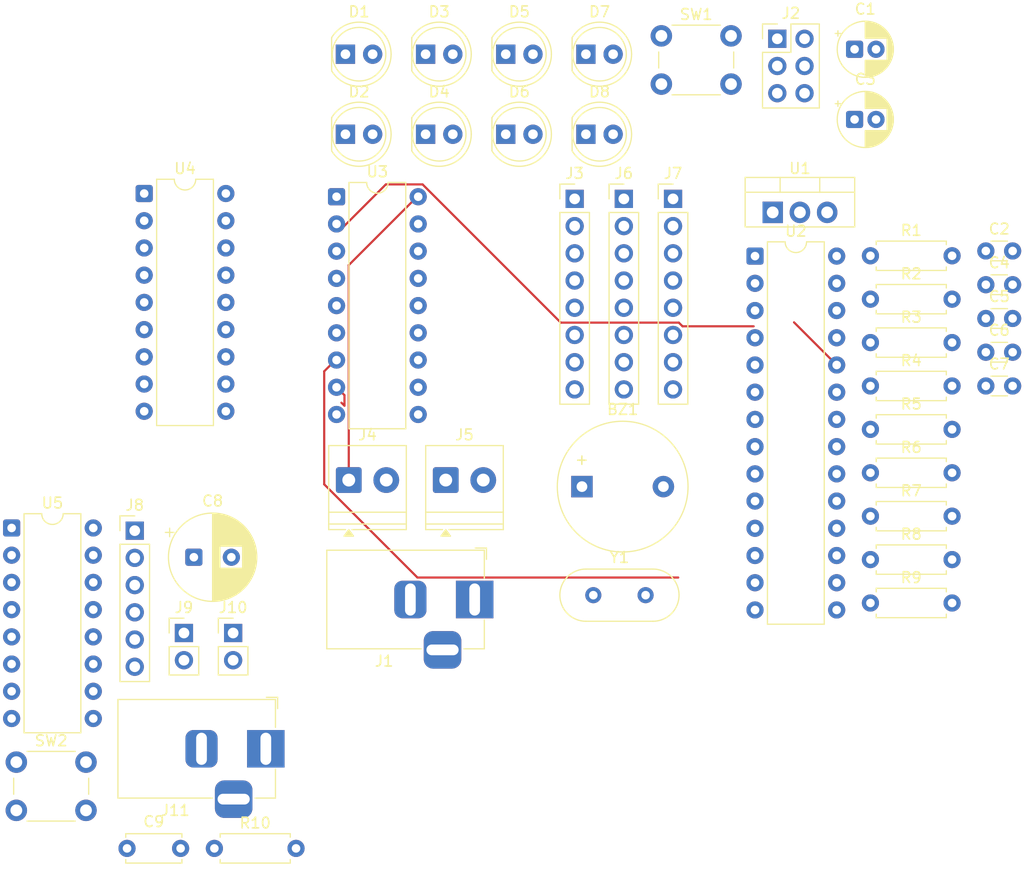
<source format=kicad_pcb>
(kicad_pcb (version 20241229) (generator "pcbnew") (generator_version "9.0")
  (layers (0 "F.Cu" signal) (2 "B.Cu" signal) (13 "F.Paste" user) (15 "B.Paste" user) (5 "F.SilkS" user "F.Silkscreen") (7 "B.SilkS" user "B.Silkscreen") (1 "F.Mask" user) (3 "B.Mask" user) (25 "Edge.Cuts" user))
  (net 0 "")
  (net 1 "V_Motor")
  (net 2 "Net-(BZ1--)")
  (net 3 "GND")
  (net 4 "+5V")
  (net 5 "Net-(U2-XTAL1{slash}PB6)")
  (net 6 "Net-(U2-XTAL2{slash}PB7)")
  (net 7 "Net-(U2-AREF)")
  (net 8 "Net-(D1-A)")
  (net 9 "Net-(D2-A)")
  (net 10 "Net-(D3-A)")
  (net 11 "Net-(D4-A)")
  (net 12 "Net-(D5-A)")
  (net 13 "Net-(D6-A)")
  (net 14 "Net-(D7-A)")
  (net 15 "Net-(D8-A)")
  (net 16 "Net-(J2-Pin_4)")
  (net 17 "Net-(J2-Pin_1)")
  (net 18 "Net-(J2-Pin_3)")
  (net 19 "Net-(J2-Pin_5)")
  (net 20 "PD0")
  (net 21 "PD3")
  (net 22 "PD2")
  (net 23 "PD5")
  (net 24 "PD1")
  (net 25 "PD7")
  (net 26 "PD4")
  (net 27 "PD6")
  (net 28 "Net-(J4-Pin_1)")
  (net 29 "Net-(J5-Pin_1)")
  (net 30 "Net-(J6-Pin_8)")
  (net 31 "Net-(J6-Pin_2)")
  (net 32 "Net-(J6-Pin_3)")
  (net 33 "Net-(J6-Pin_4)")
  (net 34 "Net-(J6-Pin_5)")
  (net 35 "Net-(J6-Pin_7)")
  (net 36 "Net-(J6-Pin_6)")
  (net 37 "Net-(J6-Pin_1)")
  (net 38 "Net-(J7-Pin_4)")
  (net 39 "Net-(J7-Pin_6)")
  (net 40 "Net-(J7-Pin_3)")
  (net 41 "Net-(J7-Pin_1)")
  (net 42 "Net-(J7-Pin_2)")
  (net 43 "Net-(J7-Pin_7)")
  (net 44 "Net-(J7-Pin_8)")
  (net 45 "Net-(J7-Pin_5)")
  (net 46 "PC5")
  (net 48 "PC4")
  (net 49 "PB0")
  (net 50 "PB1")
  (net 51 "PC1")
  (net 52 "PC0")
  (net 53 "PC3")
  (net 54 "PC2")
  (net 60 "12v")
  (net 61 "reset")
  (net 62 "Net-(J8-Pin_4)")
  (net 63 "Net-(J8-Pin_2)")
  (net 64 "Net-(J8-Pin_3)")
  (net 65 "Net-(J8-Pin_5)")
  (net 66 "Net-(J8-Pin_1)")
  (net 67 "Net-(J8-Pin_6)")
  (net 68 "Net-(J9-Pin_1)")
  (net 69 "Net-(J9-Pin_2)")
  (net 70 "Net-(J10-Pin_1)")
  (net 71 "Net-(J10-Pin_2)")
  (net 72 "5v")
  (footprint "Connector_PinHeader_2.54mm:PinHeader_2x03_P2.54mm_Vertical" (layer "F.Cu") (at 135.96 59.48)
    (property "Reference" "J2" (at 1.27 -2.38 0) (layer "F.SilkS"))
    (property "Value" "Conn_02x03_Odd_Even")
    (pad "1" thru_hole rect (at 0 0) (size 1.7 1.7) (drill 1) (layers "*.Cu" "*.Mask") (net 17 "Net-(J2-Pin_1)"))
    (pad "2" thru_hole circle (at 2.54 0) (size 1.7 1.7) (drill 1) (layers "*.Cu" "*.Mask") (net 4 "+5V"))
    (pad "3" thru_hole circle (at 0 2.54) (size 1.7 1.7) (drill 1) (layers "*.Cu" "*.Mask") (net 18 "Net-(J2-Pin_3)"))
    (pad "4" thru_hole circle (at 2.54 2.54) (size 1.7 1.7) (drill 1) (layers "*.Cu" "*.Mask") (net 16 "Net-(J2-Pin_4)"))
    (pad "5" thru_hole circle (at 0 5.08) (size 1.7 1.7) (drill 1) (layers "*.Cu" "*.Mask") (net 19 "Net-(J2-Pin_5)"))
    (pad "6" thru_hole circle (at 2.54 5.08) (size 1.7 1.7) (drill 1) (layers "*.Cu" "*.Mask") (net 3 "GND"))
  )
  (footprint "LED_THT:LED_D5.0mm" (layer "F.Cu") (at 110.62 68.39)
    (property "Reference" "D6" (at 1.27 -3.96 0) (layer "F.SilkS"))
    (property "Value" "LED")
    (pad "1" thru_hole rect (at 0 0) (size 1.8 1.8) (drill 0.9) (layers "*.Cu" "*.Mask") (net 3 "GND"))
    (pad "2" thru_hole circle (at 2.54 0) (size 1.8 1.8) (drill 0.9) (layers "*.Cu" "*.Mask") (net 13 "Net-(D6-A)"))
  )
  (footprint "Resistor_THT:R_Axial_DIN0207_L6.3mm_D2.5mm_P7.62mm_Horizontal" (layer "F.Cu") (at 83.43 135.03)
    (property "Reference" "R10" (at 3.81 -2.37 0) (layer "F.SilkS"))
    (property "Value" "R")
    (pad "1" thru_hole circle (at 0 0) (size 1.6 1.6) (drill 0.8) (layers "*.Cu" "*.Mask") (net 72 "5v"))
    (pad "2" thru_hole circle (at 7.62 0) (size 1.6 1.6) (drill 0.8) (layers "*.Cu" "*.Mask") (net 61 "reset"))
  )
  (footprint "Capacitor_THT:C_Disc_D3.0mm_W1.6mm_P2.50mm" (layer "F.Cu") (at 155.42 82.43)
    (property "Reference" "C4" (at 1.25 -2.05 0) (layer "F.SilkS"))
    (property "Value" "22p")
    (pad "1" thru_hole circle (at 0 0) (size 1.6 1.6) (drill 0.8) (layers "*.Cu" "*.Mask") (net 5 "Net-(U2-XTAL1{slash}PB6)"))
    (pad "2" thru_hole circle (at 2.5 0) (size 1.6 1.6) (drill 0.8) (layers "*.Cu" "*.Mask") (net 3 "GND"))
  )
  (footprint "LED_THT:LED_D5.0mm" (layer "F.Cu") (at 110.62 60.92)
    (property "Reference" "D5" (at 1.27 -3.96 0) (layer "F.SilkS"))
    (property "Value" "LED")
    (pad "1" thru_hole rect (at 0 0) (size 1.8 1.8) (drill 0.9) (layers "*.Cu" "*.Mask") (net 3 "GND"))
    (pad "2" thru_hole circle (at 2.54 0) (size 1.8 1.8) (drill 0.9) (layers "*.Cu" "*.Mask") (net 12 "Net-(D5-A)"))
  )
  (footprint "LED_THT:LED_D5.0mm" (layer "F.Cu") (at 118.1 68.39)
    (property "Reference" "D8" (at 1.27 -3.96 0) (layer "F.SilkS"))
    (property "Value" "LED")
    (pad "1" thru_hole rect (at 0 0) (size 1.8 1.8) (drill 0.9) (layers "*.Cu" "*.Mask") (net 3 "GND"))
    (pad "2" thru_hole circle (at 2.54 0) (size 1.8 1.8) (drill 0.9) (layers "*.Cu" "*.Mask") (net 15 "Net-(D8-A)"))
  )
  (footprint "Connector_PinHeader_2.54mm:PinHeader_1x08_P2.54mm_Vertical" (layer "F.Cu") (at 117.05 74.42)
    (property "Reference" "J3" (at 0 -2.38 0) (layer "F.SilkS"))
    (property "Value" "Conn_01x08_Pin")
    (pad "1" thru_hole rect (at 0 0) (size 1.7 1.7) (drill 1) (layers "*.Cu" "*.Mask") (net 25 "PD7"))
    (pad "2" thru_hole circle (at 0 2.54) (size 1.7 1.7) (drill 1) (layers "*.Cu" "*.Mask") (net 27 "PD6"))
    (pad "3" thru_hole circle (at 0 5.08) (size 1.7 1.7) (drill 1) (layers "*.Cu" "*.Mask") (net 23 "PD5"))
    (pad "4" thru_hole circle (at 0 7.62) (size 1.7 1.7) (drill 1) (layers "*.Cu" "*.Mask") (net 26 "PD4"))
    (pad "5" thru_hole circle (at 0 10.16) (size 1.7 1.7) (drill 1) (layers "*.Cu" "*.Mask") (net 21 "PD3"))
    (pad "6" thru_hole circle (at 0 12.7) (size 1.7 1.7) (drill 1) (layers "*.Cu" "*.Mask") (net 22 "PD2"))
    (pad "7" thru_hole circle (at 0 15.24) (size 1.7 1.7) (drill 1) (layers "*.Cu" "*.Mask") (net 24 "PD1"))
    (pad "8" thru_hole circle (at 0 17.78) (size 1.7 1.7) (drill 1) (layers "*.Cu" "*.Mask") (net 20 "PD0"))
  )
  (footprint "Resistor_THT:R_Axial_DIN0207_L6.3mm_D2.5mm_P7.62mm_Horizontal" (layer "F.Cu") (at 144.65 108.08)
    (property "Reference" "R8" (at 3.81 -2.37 0) (layer "F.SilkS"))
    (property "Value" "330")
    (pad "1" thru_hole circle (at 0 0) (size 1.6 1.6) (drill 0.8) (layers "*.Cu" "*.Mask") (net 24 "PD1"))
    (pad "2" thru_hole circle (at 7.62 0) (size 1.6 1.6) (drill 0.8) (layers "*.Cu" "*.Mask") (net 10 "Net-(D3-A)"))
  )
  (footprint "LED_THT:LED_D5.0mm" (layer "F.Cu") (at 118.1 60.92)
    (property "Reference" "D7" (at 1.27 -3.96 0) (layer "F.SilkS"))
    (property "Value" "LED")
    (pad "1" thru_hole rect (at 0 0) (size 1.8 1.8) (drill 0.9) (layers "*.Cu" "*.Mask") (net 3 "GND"))
    (pad "2" thru_hole circle (at 2.54 0) (size 1.8 1.8) (drill 0.9) (layers "*.Cu" "*.Mask") (net 14 "Net-(D7-A)"))
  )
  (footprint "Capacitor_THT:CP_Radial_D8.0mm_P3.50mm" (layer "F.Cu") (at 81.514698 107.86)
    (property "Reference" "C8" (at 1.75 -5.25 0) (layer "F.SilkS"))
    (property "Value" "100uf")
    (pad "1" thru_hole roundrect (at 0 0) (size 1.6 1.6) (drill 0.8) (layers "*.Cu" "*.Mask") (roundrect_rratio 0.15625) (net 60 "12v"))
    (pad "2" thru_hole circle (at 3.5 0) (size 1.6 1.6) (drill 0.8) (layers "*.Cu" "*.Mask") (net 3 "GND"))
  )
  (footprint "Crystal:Crystal_HC49-U_Vertical" (layer "F.Cu") (at 118.79 111.4)
    (property "Reference" "Y1" (at 2.44 -3.52 0) (layer "F.SilkS"))
    (property "Value" "16MHz")
    (pad "1" thru_hole circle (at 0 0) (size 1.5 1.5) (drill 0.8) (layers "*.Cu" "*.Mask") (net 6 "Net-(U2-XTAL2{slash}PB7)"))
    (pad "2" thru_hole circle (at 4.88 0) (size 1.5 1.5) (drill 0.8) (layers "*.Cu" "*.Mask") (net 5 "Net-(U2-XTAL1{slash}PB6)"))
  )
  (footprint "Resistor_THT:R_Axial_DIN0207_L6.3mm_D2.5mm_P7.62mm_Horizontal" (layer "F.Cu") (at 144.65 79.73)
    (property "Reference" "R1" (at 3.81 -2.37 0) (layer "F.SilkS"))
    (property "Value" "10k")
    (pad "1" thru_hole circle (at 0 0) (size 1.6 1.6) (drill 0.8) (layers "*.Cu" "*.Mask") (net 19 "Net-(J2-Pin_5)"))
    (pad "2" thru_hole circle (at 7.62 0) (size 1.6 1.6) (drill 0.8) (layers "*.Cu" "*.Mask") (net 4 "+5V"))
  )
  (footprint "LED_THT:LED_D5.0mm" (layer "F.Cu") (at 103.14 68.39)
    (property "Reference" "D4" (at 1.27 -3.96 0) (layer "F.SilkS"))
    (property "Value" "LED")
    (pad "1" thru_hole rect (at 0 0) (size 1.8 1.8) (drill 0.9) (layers "*.Cu" "*.Mask") (net 3 "GND"))
    (pad "2" thru_hole circle (at 2.54 0) (size 1.8 1.8) (drill 0.9) (layers "*.Cu" "*.Mask") (net 11 "Net-(D4-A)"))
  )
  (footprint "Connector_PinHeader_2.54mm:PinHeader_1x06_P2.54mm_Vertical" (layer "F.Cu") (at 76 105.38)
    (property "Reference" "J8" (at 0 -2.38 0) (layer "F.SilkS"))
    (property "Value" "Conn_01x06")
    (pad "1" thru_hole rect (at 0 0) (size 1.7 1.7) (drill 1) (layers "*.Cu" "*.Mask") (net 66 "Net-(J8-Pin_1)"))
    (pad "2" thru_hole circle (at 0 2.54) (size 1.7 1.7) (drill 1) (layers "*.Cu" "*.Mask") (net 63 "Net-(J8-Pin_2)"))
    (pad "3" thru_hole circle (at 0 5.08) (size 1.7 1.7) (drill 1) (layers "*.Cu" "*.Mask") (net 64 "Net-(J8-Pin_3)"))
    (pad "4" thru_hole circle (at 0 7.62) (size 1.7 1.7) (drill 1) (layers "*.Cu" "*.Mask") (net 62 "Net-(J8-Pin_4)"))
    (pad "5" thru_hole circle (at 0 10.16) (size 1.7 1.7) (drill 1) (layers "*.Cu" "*.Mask") (net 65 "Net-(J8-Pin_5)"))
    (pad "6" thru_hole circle (at 0 12.7) (size 1.7 1.7) (drill 1) (layers "*.Cu" "*.Mask") (net 67 "Net-(J8-Pin_6)"))
  )
  (footprint "LED_THT:LED_D5.0mm" (layer "F.Cu") (at 95.66 60.92)
    (property "Reference" "D1" (at 1.27 -3.96 0) (layer "F.SilkS"))
    (property "Value" "LED")
    (pad "1" thru_hole rect (at 0 0) (size 1.8 1.8) (drill 0.9) (layers "*.Cu" "*.Mask") (net 3 "GND"))
    (pad "2" thru_hole circle (at 2.54 0) (size 1.8 1.8) (drill 0.9) (layers "*.Cu" "*.Mask") (net 8 "Net-(D1-A)"))
  )
  (footprint "Package_DIP:DIP-16_W7.62mm" (layer "F.Cu") (at 64.51 105.13)
    (property "Reference" "U5" (at 3.81 -2.33 0) (layer "F.SilkS"))
    (property "Value" "L293")
    (pad "1" thru_hole roundrect (at 0 0) (size 1.6 1.6) (drill 0.8) (layers "*.Cu" "*.Mask") (roundrect_rratio 0.15625) (net 62 "Net-(J8-Pin_4)"))
    (pad "2" thru_hole circle (at 0 2.54) (size 1.6 1.6) (drill 0.8) (layers "*.Cu" "*.Mask") (net 67 "Net-(J8-Pin_6)"))
    (pad "3" thru_hole circle (at 0 5.08) (size 1.6 1.6) (drill 0.8) (layers "*.Cu" "*.Mask") (net 68 "Net-(J9-Pin_1)"))
    (pad "4" thru_hole circle (at 0 7.62) (size 1.6 1.6) (drill 0.8) (layers "*.Cu" "*.Mask") (net 3 "GND"))
    (pad "5" thru_hole circle (at 0 10.16) (size 1.6 1.6) (drill 0.8) (layers "*.Cu" "*.Mask") (net 3 "GND"))
    (pad "6" thru_hole circle (at 0 12.7) (size 1.6 1.6) (drill 0.8) (layers "*.Cu" "*.Mask") (net 69 "Net-(J9-Pin_2)"))
    (pad "7" thru_hole circle (at 0 15.24) (size 1.6 1.6) (drill 0.8) (layers "*.Cu" "*.Mask") (net 65 "Net-(J8-Pin_5)"))
    (pad "8" thru_hole circle (at 0 17.78) (size 1.6 1.6) (drill 0.8) (layers "*.Cu" "*.Mask") (net 60 "12v"))
    (pad "9" thru_hole circle (at 7.62 17.78) (size 1.6 1.6) (drill 0.8) (layers "*.Cu" "*.Mask") (net 66 "Net-(J8-Pin_1)"))
    (pad "10" thru_hole circle (at 7.62 15.24) (size 1.6 1.6) (drill 0.8) (layers "*.Cu" "*.Mask") (net 64 "Net-(J8-Pin_3)"))
    (pad "11" thru_hole circle (at 7.62 12.7) (size 1.6 1.6) (drill 0.8) (layers "*.Cu" "*.Mask") (net 70 "Net-(J10-Pin_1)"))
    (pad "12" thru_hole circle (at 7.62 10.16) (size 1.6 1.6) (drill 0.8) (layers "*.Cu" "*.Mask") (net 3 "GND"))
    (pad "13" thru_hole circle (at 7.62 7.62) (size 1.6 1.6) (drill 0.8) (layers "*.Cu" "*.Mask") (net 3 "GND"))
    (pad "14" thru_hole circle (at 7.62 5.08) (size 1.6 1.6) (drill 0.8) (layers "*.Cu" "*.Mask") (net 71 "Net-(J10-Pin_2)"))
    (pad "15" thru_hole circle (at 7.62 2.54) (size 1.6 1.6) (drill 0.8) (layers "*.Cu" "*.Mask") (net 63 "Net-(J8-Pin_2)"))
    (pad "16" thru_hole circle (at 7.62 0) (size 1.6 1.6) (drill 0.8) (layers "*.Cu" "*.Mask") (net 60 "12v"))
  )
  (footprint "Package_TO_SOT_THT:TO-220-3_Vertical" (layer "F.Cu") (at 135.53 75.68)
    (property "Reference" "U1" (at 2.54 -4.1 0) (layer "F.SilkS"))
    (property "Value" "L7805")
    (pad "1" thru_hole rect (at 0 0) (size 1.905 2) (drill 1.1) (layers "*.Cu" "*.Mask") (net 1 "V_Motor"))
    (pad "2" thru_hole oval (at 2.54 0) (size 1.905 2) (drill 1.1) (layers "*.Cu" "*.Mask") (net 3 "GND"))
    (pad "3" thru_hole oval (at 5.08 0) (size 1.905 2) (drill 1.1) (layers "*.Cu" "*.Mask") (net 4 "+5V"))
  )
  (footprint "TerminalBlock_Phoenix:TerminalBlock_Phoenix_PT-1,5-2-3.5-H_1x02_P3.50mm_Horizontal" (layer "F.Cu") (at 95.97 100.66)
    (property "Reference" "J4" (at 1.75 -4.22 0) (layer "F.SilkS"))
    (property "Value" "Screw_Terminal_01x02")
    (pad "1" thru_hole roundrect (at 0 0) (size 2.4 2.4) (drill 1.2) (layers "*.Cu" "*.Mask") (roundrect_rratio 0.104167) (net 28 "Net-(J4-Pin_1)"))
    (pad "2" thru_hole circle (at 3.5 0) (size 2.4 2.4) (drill 1.2) (layers "*.Cu" "*.Mask") (net 1 "V_Motor"))
  )
  (footprint "Capacitor_THT:C_Disc_D3.0mm_W1.6mm_P2.50mm" (layer "F.Cu") (at 155.42 79.28)
    (property "Reference" "C2" (at 1.25 -2.05 0) (layer "F.SilkS"))
    (property "Value" "0.1u")
    (pad "1" thru_hole circle (at 0 0) (size 1.6 1.6) (drill 0.8) (layers "*.Cu" "*.Mask") (net 1 "V_Motor"))
    (pad "2" thru_hole circle (at 2.5 0) (size 1.6 1.6) (drill 0.8) (layers "*.Cu" "*.Mask") (net 3 "GND"))
  )
  (footprint "Capacitor_THT:CP_Radial_D5.0mm_P2.00mm" (layer "F.Cu") (at 143.169775 67.01)
    (property "Reference" "C3" (at 1 -3.75 0) (layer "F.SilkS"))
    (property "Value" "10u")
    (pad "1" thru_hole roundrect (at 0 0) (size 1.6 1.6) (drill 0.8) (layers "*.Cu" "*.Mask") (roundrect_rratio 0.15625) (net 4 "+5V"))
    (pad "2" thru_hole circle (at 2 0) (size 1.6 1.6) (drill 0.8) (layers "*.Cu" "*.Mask") (net 3 "GND"))
  )
  (footprint "Connector_PinHeader_2.54mm:PinHeader_1x08_P2.54mm_Vertical" (layer "F.Cu") (at 126.23 74.42)
    (property "Reference" "J7" (at 0 -2.38 0) (layer "F.SilkS"))
    (property "Value" "Conn_01x08")
    (pad "1" thru_hole rect (at 0 0) (size 1.7 1.7) (drill 1) (layers "*.Cu" "*.Mask") (net 41 "Net-(J7-Pin_1)"))
    (pad "2" thru_hole circle (at 0 2.54) (size 1.7 1.7) (drill 1) (layers "*.Cu" "*.Mask") (net 42 "Net-(J7-Pin_2)"))
    (pad "3" thru_hole circle (at 0 5.08) (size 1.7 1.7) (drill 1) (layers "*.Cu" "*.Mask") (net 40 "Net-(J7-Pin_3)"))
    (pad "4" thru_hole circle (at 0 7.62) (size 1.7 1.7) (drill 1) (layers "*.Cu" "*.Mask") (net 38 "Net-(J7-Pin_4)"))
    (pad "5" thru_hole circle (at 0 10.16) (size 1.7 1.7) (drill 1) (layers "*.Cu" "*.Mask") (net 45 "Net-(J7-Pin_5)"))
    (pad "6" thru_hole circle (at 0 12.7) (size 1.7 1.7) (drill 1) (layers "*.Cu" "*.Mask") (net 39 "Net-(J7-Pin_6)"))
    (pad "7" thru_hole circle (at 0 15.24) (size 1.7 1.7) (drill 1) (layers "*.Cu" "*.Mask") (net 43 "Net-(J7-Pin_7)"))
    (pad "8" thru_hole circle (at 0 17.78) (size 1.7 1.7) (drill 1) (layers "*.Cu" "*.Mask") (net 44 "Net-(J7-Pin_8)"))
  )
  (footprint "Connector_PinHeader_2.54mm:PinHeader_1x02_P2.54mm_Vertical" (layer "F.Cu") (at 85.18 114.93)
    (property "Reference" "J10" (at 0 -2.38 0) (layer "F.SilkS"))
    (property "Value" "Conn_01x02")
    (pad "1" thru_hole rect (at 0 0) (size 1.7 1.7) (drill 1) (layers "*.Cu" "*.Mask") (net 70 "Net-(J10-Pin_1)"))
    (pad "2" thru_hole circle (at 0 2.54) (size 1.7 1.7) (drill 1) (layers "*.Cu" "*.Mask") (net 71 "Net-(J10-Pin_2)"))
  )
  (footprint "Capacitor_THT:C_Disc_D3.0mm_W1.6mm_P2.50mm" (layer "F.Cu") (at 155.42 91.88)
    (property "Reference" "C7" (at 1.25 -2.05 0) (layer "F.SilkS"))
    (property "Value" "0.1u")
    (pad "1" thru_hole circle (at 0 0) (size 1.6 1.6) (drill 0.8) (layers "*.Cu" "*.Mask") (net 3 "GND"))
    (pad "2" thru_hole circle (at 2.5 0) (size 1.6 1.6) (drill 0.8) (layers "*.Cu" "*.Mask") (net 7 "Net-(U2-AREF)"))
  )
  (footprint "TerminalBlock_Phoenix:TerminalBlock_Phoenix_PT-1,5-2-3.5-H_1x02_P3.50mm_Horizontal" (layer "F.Cu") (at 105.02 100.66)
    (property "Reference" "J5" (at 1.75 -4.22 0) (layer "F.SilkS"))
    (property "Value" "Screw_Terminal_01x02")
    (pad "1" thru_hole roundrect (at 0 0) (size 2.4 2.4) (drill 1.2) (layers "*.Cu" "*.Mask") (roundrect_rratio 0.104167) (net 29 "Net-(J5-Pin_1)"))
    (pad "2" thru_hole circle (at 3.5 0) (size 2.4 2.4) (drill 1.2) (layers "*.Cu" "*.Mask") (net 1 "V_Motor"))
  )
  (footprint "Resistor_THT:R_Axial_DIN0207_L6.3mm_D2.5mm_P7.62mm_Horizontal" (layer "F.Cu") (at 144.65 95.93)
    (property "Reference" "R5" (at 3.81 -2.37 0) (layer "F.SilkS"))
    (property "Value" "330")
    (pad "1" thru_hole circle (at 0 0) (size 1.6 1.6) (drill 0.8) (layers "*.Cu" "*.Mask") (net 26 "PD4"))
    (pad "2" thru_hole circle (at 7.62 0) (size 1.6 1.6) (drill 0.8) (layers "*.Cu" "*.Mask") (net 13 "Net-(D6-A)"))
  )
  (footprint "Resistor_THT:R_Axial_DIN0207_L6.3mm_D2.5mm_P7.62mm_Horizontal" (layer "F.Cu") (at 144.65 91.88)
    (property "Reference" "R4" (at 3.81 -2.37 0) (layer "F.SilkS"))
    (property "Value" "330")
    (pad "1" thru_hole circle (at 0 0) (size 1.6 1.6) (drill 0.8) (layers "*.Cu" "*.Mask") (net 23 "PD5"))
    (pad "2" thru_hole circle (at 7.62 0) (size 1.6 1.6) (drill 0.8) (layers "*.Cu" "*.Mask") (net 14 "Net-(D7-A)"))
  )
  (footprint "Connector_PinHeader_2.54mm:PinHeader_1x08_P2.54mm_Vertical" (layer "F.Cu") (at 121.64 74.42)
    (property "Reference" "J6" (at 0 -2.38 0) (layer "F.SilkS"))
    (property "Value" "Conn_01x08")
    (pad "1" thru_hole rect (at 0 0) (size 1.7 1.7) (drill 1) (layers "*.Cu" "*.Mask") (net 37 "Net-(J6-Pin_1)"))
    (pad "2" thru_hole circle (at 0 2.54) (size 1.7 1.7) (drill 1) (layers "*.Cu" "*.Mask") (net 31 "Net-(J6-Pin_2)"))
    (pad "3" thru_hole circle (at 0 5.08) (size 1.7 1.7) (drill 1) (layers "*.Cu" "*.Mask") (net 32 "Net-(J6-Pin_3)"))
    (pad "4" thru_hole circle (at 0 7.62) (size 1.7 1.7) (drill 1) (layers "*.Cu" "*.Mask") (net 33 "Net-(J6-Pin_4)"))
    (pad "5" thru_hole circle (at 0 10.16) (size 1.7 1.7) (drill 1) (layers "*.Cu" "*.Mask") (net 34 "Net-(J6-Pin_5)"))
    (pad "6" thru_hole circle (at 0 12.7) (size 1.7 1.7) (drill 1) (layers "*.Cu" "*.Mask") (net 36 "Net-(J6-Pin_6)"))
    (pad "7" thru_hole circle (at 0 15.24) (size 1.7 1.7) (drill 1) (layers "*.Cu" "*.Mask") (net 35 "Net-(J6-Pin_7)"))
    (pad "8" thru_hole circle (at 0 17.78) (size 1.7 1.7) (drill 1) (layers "*.Cu" "*.Mask") (net 30 "Net-(J6-Pin_8)"))
  )
  (footprint "Capacitor_THT:C_Disc_D3.0mm_W1.6mm_P2.50mm" (layer "F.Cu") (at 155.42 85.58)
    (property "Reference" "C5" (at 1.25 -2.05 0) (layer "F.SilkS"))
    (property "Value" "22p")
    (pad "1" thru_hole circle (at 0 0) (size 1.6 1.6) (drill 0.8) (layers "*.Cu" "*.Mask") (net 3 "GND"))
    (pad "2" thru_hole circle (at 2.5 0) (size 1.6 1.6) (drill 0.8) (layers "*.Cu" "*.Mask") (net 6 "Net-(U2-XTAL2{slash}PB7)"))
  )
  (footprint "Connector_PinHeader_2.54mm:PinHeader_1x02_P2.54mm_Vertical" (layer "F.Cu") (at 80.59 114.93)
    (property "Reference" "J9" (at 0 -2.38 0) (layer "F.SilkS"))
    (property "Value" "Conn_01x02")
    (pad "1" thru_hole rect (at 0 0) (size 1.7 1.7) (drill 1) (layers "*.Cu" "*.Mask") (net 68 "Net-(J9-Pin_1)"))
    (pad "2" thru_hole circle (at 0 2.54) (size 1.7 1.7) (drill 1) (layers "*.Cu" "*.Mask") (net 69 "Net-(J9-Pin_2)"))
  )
  (footprint "Resistor_THT:R_Axial_DIN0207_L6.3mm_D2.5mm_P7.62mm_Horizontal" (layer "F.Cu") (at 144.65 104.03)
    (property "Reference" "R7" (at 3.81 -2.37 0) (layer "F.SilkS"))
    (property "Value" "330")
    (pad "1" thru_hole circle (at 0 0) (size 1.6 1.6) (drill 0.8) (layers "*.Cu" "*.Mask") (net 22 "PD2"))
    (pad "2" thru_hole circle (at 7.62 0) (size 1.6 1.6) (drill 0.8) (layers "*.Cu" "*.Mask") (net 11 "Net-(D4-A)"))
  )
  (footprint "Package_DIP:DIP-18_W7.62mm" (layer "F.Cu") (at 94.83 74.22)
    (property "Reference" "U3" (at 3.81 -2.33 0) (layer "F.SilkS"))
    (property "Value" "ULN2803A")
    (pad "1" thru_hole roundrect (at 0 0) (size 1.6 1.6) (drill 0.8) (layers "*.Cu" "*.Mask") (roundrect_rratio 0.15625) (net 52 "PC0"))
    (pad "2" thru_hole circle (at 0 2.54) (size 1.6 1.6) (drill 0.8) (layers "*.Cu" "*.Mask") (net 51 "PC1"))
    (pad "3" thru_hole circle (at 0 5.08) (size 1.6 1.6) (drill 0.8) (layers "*.Cu" "*.Mask") (net 54 "PC2"))
    (pad "4" thru_hole circle (at 0 7.62) (size 1.6 1.6) (drill 0.8) (layers "*.Cu" "*.Mask") (net 53 "PC3"))
    (pad "5" thru_hole circle (at 0 10.16) (size 1.6 1.6) (drill 0.8) (layers "*.Cu" "*.Mask") (net 48 "PC4"))
    (pad "6" thru_hole circle (at 0 12.7) (size 1.6 1.6) (drill 0.8) (layers "*.Cu" "*.Mask") (net 46 "PC5"))
    (pad "7" thru_hole circle (at 0 15.24) (size 1.6 1.6) (drill 0.8) (layers "*.Cu" "*.Mask") (net 49 "PB0"))
    (pad "8" thru_hole circle (at 0 17.78) (size 1.6 1.6) (drill 0.8) (layers "*.Cu" "*.Mask") (net 50 "PB1"))
    (pad "9" thru_hole circle (at 0 20.32) (size 1.6 1.6) (drill 0.8) (layers "*.Cu" "*.Mask") (net 3 "GND"))
    (pad "10" thru_hole circle (at 7.62 20.32) (size 1.6 1.6) (drill 0.8) (layers "*.Cu" "*.Mask") (net 1 "V_Motor"))
    (pad "11" thru_hole circle (at 7.62 17.78) (size 1.6 1.6) (drill 0.8) (layers "*.Cu" "*.Mask"))
    (pad "12" thru_hole circle (at 7.62 15.24) (size 1.6 1.6) (drill 0.8) (layers "*.Cu" "*.Mask"))
    (pad "13" thru_hole circle (at 7.62 12.7) (size 1.6 1.6) (drill 0.8) (layers "*.Cu" "*.Mask"))
    (pad "14" thru_hole circle (at 7.62 10.16) (size 1.6 1.6) (drill 0.8) (layers "*.Cu" "*.Mask"))
    (pad "15" thru_hole circle (at 7.62 7.62) (size 1.6 1.6) (drill 0.8) (layers "*.Cu" "*.Mask"))
    (pad "16" thru_hole circle (at 7.62 5.08) (size 1.6 1.6) (drill 0.8) (layers "*.Cu" "*.Mask") (net 2 "Net-(BZ1--)"))
    (pad "17" thru_hole circle (at 7.62 2.54) (size 1.6 1.6) (drill 0.8) (layers "*.Cu" "*.Mask") (net 29 "Net-(J5-Pin_1)"))
    (pad "18" thru_hole circle (at 7.62 0) (size 1.6 1.6) (drill 0.8) (layers "*.Cu" "*.Mask") (net 28 "Net-(J4-Pin_1)"))
  )
  (footprint "Buzzer_Beeper:Buzzer_12x9.5RM7.6" (layer "F.Cu") (at 117.73 101.27)
    (property "Reference" "BZ1" (at 3.8 -7.2 0) (layer "F.SilkS"))
    (property "Value" "Buzzer")
    (fp_text user "+" (at -0.01 -2.54 0) (layer "F.SilkS"))
    (pad "1" thru_hole rect (at 0 0) (size 2 2) (drill 1) (layers "*.Cu" "*.Mask") (net 1 "V_Motor"))
    (pad "2" thru_hole circle (at 7.6 0) (size 2 2) (drill 1) (layers "*.Cu" "*.Mask") (net 2 "Net-(BZ1--)"))
  )
  (footprint "Resistor_THT:R_Axial_DIN0207_L6.3mm_D2.5mm_P7.62mm_Horizontal" (layer "F.Cu") (at 144.65 99.98)
    (property "Reference" "R6" (at 3.81 -2.37 0) (layer "F.SilkS"))
    (property "Value" "330")
    (pad "1" thru_hole circle (at 0 0) (size 1.6 1.6) (drill 0.8) (layers "*.Cu" "*.Mask") (net 21 "PD3"))
    (pad "2" thru_hole circle (at 7.62 0) (size 1.6 1.6) (drill 0.8) (layers "*.Cu" "*.Mask") (net 12 "Net-(D5-A)"))
  )
  (footprint "Package_DIP:DIP-18_W7.62mm" (layer "F.Cu") (at 76.88 73.92)
    (property "Reference" "U4" (at 3.81 -2.33 0) (layer "F.SilkS"))
    (property "Value" "ULN2803A")
    (pad "1" thru_hole roundrect (at 0 0) (size 1.6 1.6) (drill 0.8) (layers "*.Cu" "*.Mask") (roundrect_rratio 0.15625) (net 30 "Net-(J6-Pin_8)"))
    (pad "2" thru_hole circle (at 0 2.54) (size 1.6 1.6) (drill 0.8) (layers "*.Cu" "*.Mask") (net 35 "Net-(J6-Pin_7)"))
    (pad "3" thru_hole circle (at 0 5.08) (size 1.6 1.6) (drill 0.8) (layers "*.Cu" "*.Mask") (net 36 "Net-(J6-Pin_6)"))
    (pad "4" thru_hole circle (at 0 7.62) (size 1.6 1.6) (drill 0.8) (layers "*.Cu" "*.Mask") (net 34 "Net-(J6-Pin_5)"))
    (pad "5" thru_hole circle (at 0 10.16) (size 1.6 1.6) (drill 0.8) (layers "*.Cu" "*.Mask") (net 33 "Net-(J6-Pin_4)"))
    (pad "6" thru_hole circle (at 0 12.7) (size 1.6 1.6) (drill 0.8) (layers "*.Cu" "*.Mask") (net 32 "Net-(J6-Pin_3)"))
    (pad "7" thru_hole circle (at 0 15.24) (size 1.6 1.6) (drill 0.8) (layers "*.Cu" "*.Mask") (net 31 "Net-(J6-Pin_2)"))
    (pad "8" thru_hole circle (at 0 17.78) (size 1.6 1.6) (drill 0.8) (layers "*.Cu" "*.Mask") (net 37 "Net-(J6-Pin_1)"))
    (pad "9" thru_hole circle (at 0 20.32) (size 1.6 1.6) (drill 0.8) (layers "*.Cu" "*.Mask") (net 3 "GND"))
    (pad "10" thru_hole circle (at 7.62 20.32) (size 1.6 1.6) (drill 0.8) (layers "*.Cu" "*.Mask") (net 60 "12v"))
    (pad "11" thru_hole circle (at 7.62 17.78) (size 1.6 1.6) (drill 0.8) (layers "*.Cu" "*.Mask") (net 44 "Net-(J7-Pin_8)"))
    (pad "12" thru_hole circle (at 7.62 15.24) (size 1.6 1.6) (drill 0.8) (layers "*.Cu" "*.Mask") (net 43 "Net-(J7-Pin_7)"))
    (pad "13" thru_hole circle (at 7.62 12.7) (size 1.6 1.6) (drill 0.8) (layers "*.Cu" "*.Mask") (net 39 "Net-(J7-Pin_6)"))
    (pad "14" thru_hole circle (at 7.62 10.16) (size 1.6 1.6) (drill 0.8) (layers "*.Cu" "*.Mask") (net 45 "Net-(J7-Pin_5)"))
    (pad "15" thru_hole circle (at 7.62 7.62) (size 1.6 1.6) (drill 0.8) (layers "*.Cu" "*.Mask") (net 38 "Net-(J7-Pin_4)"))
    (pad "16" thru_hole circle (at 7.62 5.08) (size 1.6 1.6) (drill 0.8) (layers "*.Cu" "*.Mask") (net 40 "Net-(J7-Pin_3)"))
    (pad "17" thru_hole circle (at 7.62 2.54) (size 1.6 1.6) (drill 0.8) (layers "*.Cu" "*.Mask") (net 42 "Net-(J7-Pin_2)"))
    (pad "18" thru_hole circle (at 7.62 0) (size 1.6 1.6) (drill 0.8) (layers "*.Cu" "*.Mask") (net 41 "Net-(J7-Pin_1)"))
  )
  (footprint "Package_DIP:DIP-28_W7.62mm" (layer "F.Cu") (at 133.88 79.76)
    (property "Reference" "U2" (at 3.81 -2.33 0) (layer "F.SilkS"))
    (property "Value" "ATmega328P-P")
    (pad "1" thru_hole roundrect (at 0 0) (size 1.6 1.6) (drill 0.8) (layers "*.Cu" "*.Mask") (roundrect_rratio 0.15625) (net 19 "Net-(J2-Pin_5)"))
    (pad "2" thru_hole circle (at 0 2.54) (size 1.6 1.6) (drill 0.8) (layers "*.Cu" "*.Mask") (net 20 "PD0"))
    (pad "3" thru_hole circle (at 0 5.08) (size 1.6 1.6) (drill 0.8) (layers "*.Cu" "*.Mask") (net 24 "PD1"))
    (pad "4" thru_hole circle (at 0 7.62) (size 1.6 1.6) (drill 0.8) (layers "*.Cu" "*.Mask") (net 22 "PD2"))
    (pad "5" thru_hole circle (at 0 10.16) (size 1.6 1.6) (drill 0.8) (layers "*.Cu" "*.Mask") (net 21 "PD3"))
    (pad "6" thru_hole circle (at 0 12.7) (size 1.6 1.6) (drill 0.8) (layers "*.Cu" "*.Mask") (net 26 "PD4"))
    (pad "7" thru_hole circle (at 0 15.24) (size 1.6 1.6) (drill 0.8) (layers "*.Cu" "*.Mask") (net 4 "+5V"))
    (pad "8" thru_hole circle (at 0 17.78) (size 1.6 1.6) (drill 0.8) (layers "*.Cu" "*.Mask") (net 3 "GND"))
    (pad "9" thru_hole circle (at 0 20.32) (size 1.6 1.6) (drill 0.8) (layers "*.Cu" "*.Mask") (net 5 "Net-(U2-XTAL1{slash}PB6)"))
    (pad "10" thru_hole circle (at 0 22.86) (size 1.6 1.6) (drill 0.8) (layers "*.Cu" "*.Mask") (net 6 "Net-(U2-XTAL2{slash}PB7)"))
    (pad "11" thru_hole circle (at 0 25.4) (size 1.6 1.6) (drill 0.8) (layers "*.Cu" "*.Mask") (net 23 "PD5"))
    (pad "12" thru_hole circle (at 0 27.94) (size 1.6 1.6) (drill 0.8) (layers "*.Cu" "*.Mask") (net 27 "PD6"))
    (pad "13" thru_hole circle (at 0 30.48) (size 1.6 1.6) (drill 0.8) (layers "*.Cu" "*.Mask") (net 25 "PD7"))
    (pad "14" thru_hole circle (at 0 33.02) (size 1.6 1.6) (drill 0.8) (layers "*.Cu" "*.Mask") (net 49 "PB0"))
    (pad "15" thru_hole circle (at 7.62 33.02) (size 1.6 1.6) (drill 0.8) (layers "*.Cu" "*.Mask") (net 50 "PB1"))
    (pad "16" thru_hole circle (at 7.62 30.48) (size 1.6 1.6) (drill 0.8) (layers "*.Cu" "*.Mask"))
    (pad "17" thru_hole circle (at 7.62 27.94) (size 1.6 1.6) (drill 0.8) (layers "*.Cu" "*.Mask") (net 16 "Net-(J2-Pin_4)"))
    (pad "18" thru_hole circle (at 7.62 25.4) (size 1.6 1.6) (drill 0.8) (layers "*.Cu" "*.Mask") (net 17 "Net-(J2-Pin_1)"))
    (pad "19" thru_hole circle (at 7.62 22.86) (size 1.6 1.6) (drill 0.8) (layers "*.Cu" "*.Mask") (net 18 "Net-(J2-Pin_3)"))
    (pad "20" thru_hole circle (at 7.62 20.32) (size 1.6 1.6) (drill 0.8) (layers "*.Cu" "*.Mask") (net 4 "+5V"))
    (pad "21" thru_hole circle (at 7.62 17.78) (size 1.6 1.6) (drill 0.8) (layers "*.Cu" "*.Mask") (net 7 "Net-(U2-AREF)"))
    (pad "22" thru_hole circle (at 7.62 15.24) (size 1.6 1.6) (drill 0.8) (layers "*.Cu" "*.Mask") (net 3 "GND"))
    (pad "23" thru_hole circle (at 7.62 12.7) (size 1.6 1.6) (drill 0.8) (layers "*.Cu" "*.Mask") (net 52 "PC0"))
    (pad "24" thru_hole circle (at 7.62 10.16) (size 1.6 1.6) (drill 0.8) (layers "*.Cu" "*.Mask") (net 51 "PC1"))
    (pad "25" thru_hole circle (at 7.62 7.62) (size 1.6 1.6) (drill 0.8) (layers "*.Cu" "*.Mask") (net 54 "PC2"))
    (pad "26" thru_hole circle (at 7.62 5.08) (size 1.6 1.6) (drill 0.8) (layers "*.Cu" "*.Mask") (net 53 "PC3"))
    (pad "27" thru_hole circle (at 7.62 2.54) (size 1.6 1.6) (drill 0.8) (layers "*.Cu" "*.Mask") (net 48 "PC4"))
    (pad "28" thru_hole circle (at 7.62 0) (size 1.6 1.6) (drill 0.8) (layers "*.Cu" "*.Mask") (net 46 "PC5"))
  )
  (footprint "Connector_BarrelJack:BarrelJack_Horizontal" (layer "F.Cu") (at 107.72 111.805)
    (property "Reference" "J1" (at -8.45 5.75 0) (layer "F.SilkS"))
    (property "Value" "Barrel_Jack")
    (pad "1" thru_hole rect (at 0 0) (size 3.5 3.5) (drill oval 1 3) (layers "*.Cu" "*.Mask") (net 1 "V_Motor"))
    (pad "2" thru_hole roundrect (at -6 0) (size 3 3.5) (drill oval 1 3) (layers "*.Cu" "*.Mask") (net 3 "GND"))
    (pad "3" thru_hole roundrect (at -3 4.7) (size 3.5 3.5) (drill oval 3 1) (layers "*.Cu" "*.Mask"))
  )
  (footprint "Button_Switch_THT:SW_PUSH_6mm" (layer "F.Cu") (at 64.95 126.98)
    (property "Reference" "SW2" (at 3.25 -2 0) (layer "F.SilkS"))
    (property "Value" "SW_Push")
    (pad "1" thru_hole circle (at 0 0 90) (size 2 2) (drill 1.1) (layers "*.Cu" "*.Mask") (net 3 "GND"))
    (pad "1" thru_hole circle (at 6.5 0 90) (size 2 2) (drill 1.1) (layers "*.Cu" "*.Mask") (net 3 "GND"))
    (pad "2" thru_hole circle (at 0 4.5 90) (size 2 2) (drill 1.1) (layers "*.Cu" "*.Mask") (net 61 "reset"))
    (pad "2" thru_hole circle (at 6.5 4.5 90) (size 2 2) (drill 1.1) (layers "*.Cu" "*.Mask") (net 61 "reset"))
  )
  (footprint "LED_THT:LED_D5.0mm" (layer "F.Cu") (at 103.14 60.92)
    (property "Reference" "D3" (at 1.27 -3.96 0) (layer "F.SilkS"))
    (property "Value" "LED")
    (pad "1" thru_hole rect (at 0 0) (size 1.8 1.8) (drill 0.9) (layers "*.Cu" "*.Mask") (net 3 "GND"))
    (pad "2" thru_hole circle (at 2.54 0) (size 1.8 1.8) (drill 0.9) (layers "*.Cu" "*.Mask") (net 10 "Net-(D3-A)"))
  )
  (footprint "Resistor_THT:R_Axial_DIN0207_L6.3mm_D2.5mm_P7.62mm_Horizontal" (layer "F.Cu") (at 144.65 83.78)
    (property "Reference" "R2" (at 3.81 -2.37 0) (layer "F.SilkS"))
    (property "Value" "330")
    (pad "1" thru_hole circle (at 0 0) (size 1.6 1.6) (drill 0.8) (layers "*.Cu" "*.Mask") (net 25 "PD7"))
    (pad "2" thru_hole circle (at 7.62 0) (size 1.6 1.6) (drill 0.8) (layers "*.Cu" "*.Mask") (net 8 "Net-(D1-A)"))
  )
  (footprint "Capacitor_THT:CP_Radial_D5.0mm_P2.00mm" (layer "F.Cu") (at 143.169775 60.46)
    (property "Reference" "C1" (at 1 -3.75 0) (layer "F.SilkS"))
    (property "Value" "10u")
    (pad "1" thru_hole roundrect (at 0 0) (size 1.6 1.6) (drill 0.8) (layers "*.Cu" "*.Mask") (roundrect_rratio 0.15625) (net 1 "V_Motor"))
    (pad "2" thru_hole circle (at 2 0) (size 1.6 1.6) (drill 0.8) (layers "*.Cu" "*.Mask") (net 3 "GND"))
  )
  (footprint "Capacitor_THT:C_Disc_D3.0mm_W1.6mm_P2.50mm" (layer "F.Cu") (at 155.42 88.73)
    (property "Reference" "C6" (at 1.25 -2.05 0) (layer "F.SilkS"))
    (property "Value" "0.1u")
    (pad "1" thru_hole circle (at 0 0) (size 1.6 1.6) (drill 0.8) (layers "*.Cu" "*.Mask") (net 4 "+5V"))
    (pad "2" thru_hole circle (at 2.5 0) (size 1.6 1.6) (drill 0.8) (layers "*.Cu" "*.Mask") (net 3 "GND"))
  )
  (footprint "Connector_BarrelJack:BarrelJack_Horizontal" (layer "F.Cu") (at 88.23 125.735)
    (property "Reference" "J11" (at -8.45 5.75 0) (layer "F.SilkS"))
    (property "Value" "Barrel_Jack")
    (pad "1" thru_hole rect (at 0 0) (size 3.5 3.5) (drill oval 1 3) (layers "*.Cu" "*.Mask") (net 60 "12v"))
    (pad "2" thru_hole roundrect (at -6 0) (size 3 3.5) (drill oval 1 3) (layers "*.Cu" "*.Mask") (net 3 "GND"))
    (pad "3" thru_hole roundrect (at -3 4.7) (size 3.5 3.5) (drill oval 3 1) (layers "*.Cu" "*.Mask"))
  )
  (footprint "Resistor_THT:R_Axial_DIN0207_L6.3mm_D2.5mm_P7.62mm_Horizontal" (layer "F.Cu") (at 144.65 112.13)
    (property "Reference" "R9" (at 3.81 -2.37 0) (layer "F.SilkS"))
    (property "Value" "330")
    (pad "1" thru_hole circle (at 0 0) (size 1.6 1.6) (drill 0.8) (layers "*.Cu" "*.Mask") (net 20 "PD0"))
    (pad "2" thru_hole circle (at 7.62 0) (size 1.6 1.6) (drill 0.8) (layers "*.Cu" "*.Mask") (net 9 "Net-(D2-A)"))
  )
  (footprint "Resistor_THT:R_Axial_DIN0207_L6.3mm_D2.5mm_P7.62mm_Horizontal" (layer "F.Cu") (at 144.65 87.83)
    (property "Reference" "R3" (at 3.81 -2.37 0) (layer "F.SilkS"))
    (property "Value" "330")
    (pad "1" thru_hole circle (at 0 0) (size 1.6 1.6) (drill 0.8) (layers "*.Cu" "*.Mask") (net 27 "PD6"))
    (pad "2" thru_hole circle (at 7.62 0) (size 1.6 1.6) (drill 0.8) (layers "*.Cu" "*.Mask") (net 15 "Net-(D8-A)"))
  )
  (footprint "LED_THT:LED_D5.0mm" (layer "F.Cu") (at 95.66 68.39)
    (property "Reference" "D2" (at 1.27 -3.96 0) (layer "F.SilkS"))
    (property "Value" "LED")
    (pad "1" thru_hole rect (at 0 0) (size 1.8 1.8) (drill 0.9) (layers "*.Cu" "*.Mask") (net 3 "GND"))
    (pad "2" thru_hole circle (at 2.54 0) (size 1.8 1.8) (drill 0.9) (layers "*.Cu" "*.Mask") (net 9 "Net-(D2-A)"))
  )
  (footprint "Capacitor_THT:C_Disc_D5.0mm_W2.5mm_P5.00mm" (layer "F.Cu") (at 75.28 135.03)
    (property "Reference" "C9" (at 2.5 -2.5 0) (layer "F.SilkS"))
    (property "Value" "1uf")
    (pad "1" thru_hole circle (at 0 0) (size 1.6 1.6) (drill 0.8) (layers "*.Cu" "*.Mask") (net 61 "reset"))
    (pad "2" thru_hole circle (at 5 0) (size 1.6 1.6) (drill 0.8) (layers "*.Cu" "*.Mask") (net 3 "GND"))
  )
  (footprint "Button_Switch_THT:SW_PUSH_6mm" (layer "F.Cu") (at 125.14 59.21)
    (property "Reference" "SW1" (at 3.25 -2 0) (layer "F.SilkS"))
    (property "Value" "SW_Push")
    (pad "1" thru_hole circle (at 0 0 90) (size 2 2) (drill 1.1) (layers "*.Cu" "*.Mask") (net 19 "Net-(J2-Pin_5)"))
    (pad "1" thru_hole circle (at 6.5 0 90) (size 2 2) (drill 1.1) (layers "*.Cu" "*.Mask") (net 19 "Net-(J2-Pin_5)"))
    (pad "2" thru_hole circle (at 0 4.5 90) (size 2 2) (drill 1.1) (layers "*.Cu" "*.Mask") (net 3 "GND"))
    (pad "2" thru_hole circle (at 6.5 4.5 90) (size 2 2) (drill 1.1) (layers "*.Cu" "*.Mask") (net 3 "GND"))
  )
  (segment (start 102.45 74.22) (end 102.45 74.45) (width 0.2) (layer "F.Cu") (net 28))
  (segment (start 102.4 74.17) (end 95.97 80.6) (width 0.2) (layer "F.Cu") (net 28))
  (segment (start 102.5 74.5) (end 102.5 74) (width 0.2) (layer "F.Cu") (net 28))
  (segment (start 102.4 74.4) (end 102.5 74.5) (width 0.2) (layer "F.Cu") (net 28))
  (segment (start 95.97 80.6) (end 95.97 100.66) (width 0.2) (layer "F.Cu") (net 28))
  (segment (start 94.78 89.41) (end 93.679 90.511) (width 0.2) (layer "F.Cu") (net 49))
  (segment (start 93.679 90.511) (end 93.679 101.05516) (width 0.2) (layer "F.Cu") (net 49))
  (segment (start 102.37784 109.754) (end 126.714 109.754) (width 0.2) (layer "F.Cu") (net 49))
  (segment (start 93.679 101.05516) (end 102.37784 109.754) (width 0.2) (layer "F.Cu") (net 49))
  (segment (start 95.569 92.739) (end 95.569 93.72195) (width 0.2) (layer "F.Cu") (net 50))
  (segment (start 94.83 92) (end 95.569 92.739) (width 0.2) (layer "F.Cu") (net 50))
  (segment (start 94.83 92) (end 94.78 91.95) (width 0.2) (layer "F.Cu") (net 50))
  (segment (start 94.83 92) (end 95 92) (width 0.2) (layer "F.Cu") (net 50))
  (segment (start 95.569 93.72195) (end 95.28605 93.439) (width 0.2) (layer "F.Cu") (net 50))
  (segment (start 95.21 76.71) (end 95.5 77) (width 0.2) (layer "F.Cu") (net 51))
  (segment (start 115.75605 85.969) (end 126.77195 85.969) (width 0.2) (layer "F.Cu") (net 51))
  (segment (start 102.85605 73.069) (end 115.75605 85.969) (width 0.2) (layer "F.Cu") (net 51))
  (segment (start 137.521 85.941) (end 141.5 89.92) (width 0.2) (layer "F.Cu") (net 51))
  (segment (start 94.78 76.71) (end 95.21 76.71) (width 0.2) (layer "F.Cu") (net 51))
  (segment (start 95.5 77) (end 99.431 73.069) (width 0.2) (layer "F.Cu") (net 51))
  (segment (start 127.11395 86.311) (end 133.751 86.311) (width 0.2) (layer "F.Cu") (net 51))
  (segment (start 126.77195 85.969) (end 127.11395 86.311) (width 0.2) (layer "F.Cu") (net 51))
  (segment (start 99.431 73.069) (end 102.85605 73.069) (width 0.2) (layer "F.Cu") (net 51))
)
</source>
